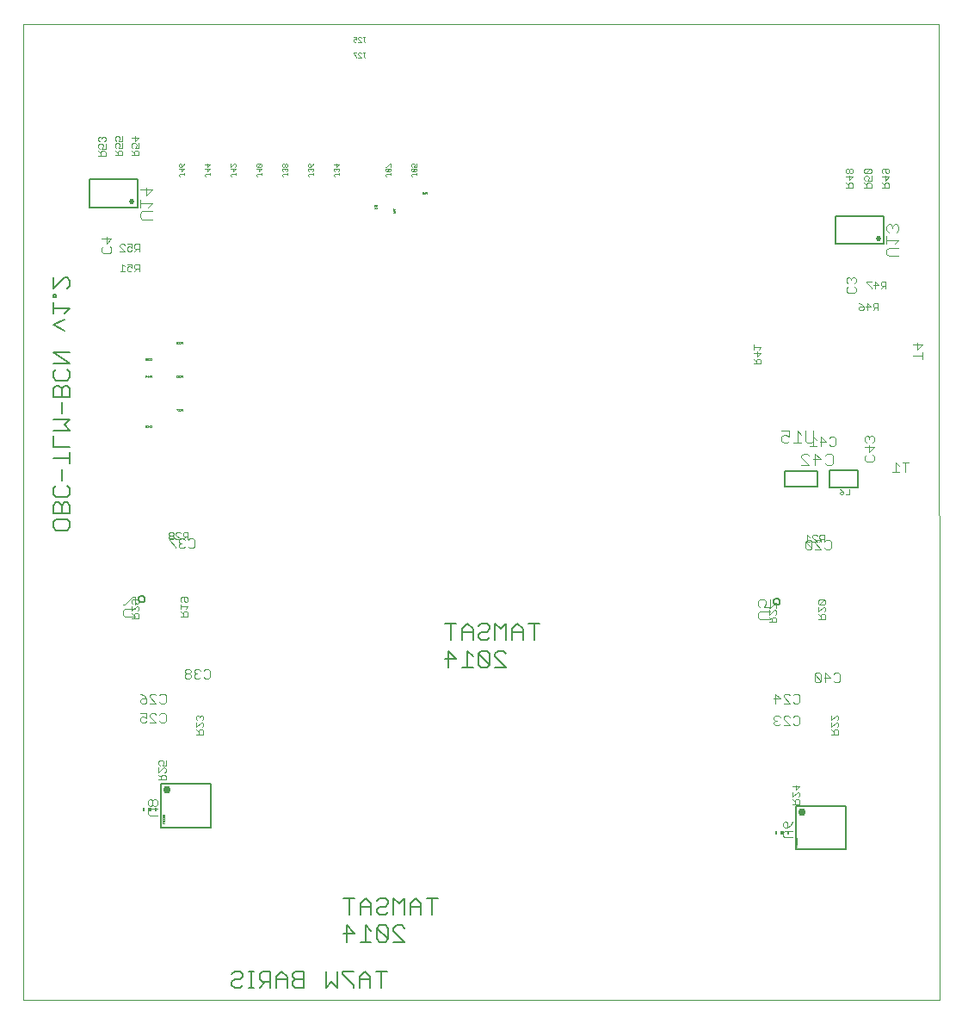
<source format=gbo>
G75*
%MOIN*%
%OFA0B0*%
%FSLAX24Y24*%
%IPPOS*%
%LPD*%
%AMOC8*
5,1,8,0,0,1.08239X$1,22.5*
%
%ADD10C,0.0000*%
%ADD11C,0.0060*%
%ADD12C,0.0030*%
%ADD13C,0.0050*%
%ADD14C,0.0040*%
%ADD15C,0.0020*%
%ADD16R,0.0059X0.0118*%
%ADD17R,0.0118X0.0118*%
%ADD18C,0.0010*%
%ADD19C,0.0295*%
%ADD20C,0.0080*%
%ADD21C,0.0205*%
D10*
X000500Y000494D02*
X000500Y038246D01*
X035988Y038246D01*
X036008Y000494D01*
X000500Y000494D01*
D11*
X008591Y001064D02*
X008697Y000957D01*
X008911Y000957D01*
X009018Y001064D01*
X008911Y001277D02*
X008697Y001277D01*
X008591Y001171D01*
X008591Y001064D01*
X008911Y001277D02*
X009018Y001384D01*
X009018Y001491D01*
X008911Y001598D01*
X008697Y001598D01*
X008591Y001491D01*
X009234Y001598D02*
X009447Y001598D01*
X009341Y001598D02*
X009341Y000957D01*
X009447Y000957D02*
X009234Y000957D01*
X009665Y000957D02*
X009878Y001171D01*
X009772Y001171D02*
X010092Y001171D01*
X010092Y000957D02*
X010092Y001598D01*
X009772Y001598D01*
X009665Y001491D01*
X009665Y001277D01*
X009772Y001171D01*
X010310Y001277D02*
X010737Y001277D01*
X010737Y001384D02*
X010523Y001598D01*
X010310Y001384D01*
X010310Y000957D01*
X010737Y000957D02*
X010737Y001384D01*
X010954Y001384D02*
X011061Y001277D01*
X011381Y001277D01*
X011381Y000957D02*
X011061Y000957D01*
X010954Y001064D01*
X010954Y001171D01*
X011061Y001277D01*
X010954Y001384D02*
X010954Y001491D01*
X011061Y001598D01*
X011381Y001598D01*
X011381Y000957D01*
X012243Y000957D02*
X012243Y001598D01*
X012670Y001598D02*
X012670Y000957D01*
X012457Y001171D01*
X012243Y000957D01*
X012888Y001491D02*
X012888Y001598D01*
X013315Y001598D01*
X013532Y001384D02*
X013532Y000957D01*
X013315Y000957D02*
X013315Y001064D01*
X012888Y001491D01*
X013532Y001384D02*
X013746Y001598D01*
X013959Y001384D01*
X013959Y000957D01*
X013959Y001277D02*
X013532Y001277D01*
X014177Y001598D02*
X014604Y001598D01*
X014390Y001598D02*
X014390Y000957D01*
X014318Y002729D02*
X014532Y002729D01*
X014639Y002836D01*
X014212Y003263D01*
X014212Y002836D01*
X014318Y002729D01*
X013994Y002729D02*
X013567Y002729D01*
X013781Y002729D02*
X013781Y003369D01*
X013994Y003156D01*
X014212Y003263D02*
X014318Y003369D01*
X014532Y003369D01*
X014639Y003263D01*
X014639Y002836D01*
X014856Y002729D02*
X015283Y002729D01*
X014856Y003156D01*
X014856Y003263D01*
X014963Y003369D01*
X015177Y003369D01*
X015283Y003263D01*
X015283Y003779D02*
X015283Y004419D01*
X015070Y004206D01*
X014856Y004419D01*
X014856Y003779D01*
X014639Y003886D02*
X014532Y003779D01*
X014318Y003779D01*
X014212Y003886D01*
X014212Y003992D01*
X014318Y004099D01*
X014532Y004099D01*
X014639Y004206D01*
X014639Y004313D01*
X014532Y004419D01*
X014318Y004419D01*
X014212Y004313D01*
X013994Y004206D02*
X013781Y004419D01*
X013567Y004206D01*
X013567Y003779D01*
X013567Y004099D02*
X013994Y004099D01*
X013994Y004206D02*
X013994Y003779D01*
X013136Y003779D02*
X013136Y004419D01*
X012923Y004419D02*
X013350Y004419D01*
X013029Y003369D02*
X013350Y003049D01*
X012923Y003049D01*
X013029Y002729D02*
X013029Y003369D01*
X015501Y003779D02*
X015501Y004206D01*
X015714Y004419D01*
X015928Y004206D01*
X015928Y003779D01*
X015928Y004099D02*
X015501Y004099D01*
X016145Y004419D02*
X016572Y004419D01*
X016359Y004419D02*
X016359Y003779D01*
X016966Y013359D02*
X016966Y013999D01*
X017287Y013679D01*
X016860Y013679D01*
X017504Y013359D02*
X017931Y013359D01*
X017718Y013359D02*
X017718Y013999D01*
X017931Y013786D01*
X018149Y013893D02*
X018576Y013465D01*
X018469Y013359D01*
X018255Y013359D01*
X018149Y013465D01*
X018149Y013893D01*
X018255Y013999D01*
X018469Y013999D01*
X018576Y013893D01*
X018576Y013465D01*
X018793Y013359D02*
X019220Y013359D01*
X018793Y013786D01*
X018793Y013893D01*
X018900Y013999D01*
X019114Y013999D01*
X019220Y013893D01*
X019220Y014409D02*
X019220Y015049D01*
X019007Y014836D01*
X018793Y015049D01*
X018793Y014409D01*
X018576Y014515D02*
X018469Y014409D01*
X018255Y014409D01*
X018149Y014515D01*
X018149Y014622D01*
X018255Y014729D01*
X018469Y014729D01*
X018576Y014836D01*
X018576Y014943D01*
X018469Y015049D01*
X018255Y015049D01*
X018149Y014943D01*
X017931Y014836D02*
X017931Y014409D01*
X017931Y014729D02*
X017504Y014729D01*
X017504Y014836D02*
X017504Y014409D01*
X017504Y014836D02*
X017718Y015049D01*
X017931Y014836D01*
X017287Y015049D02*
X016860Y015049D01*
X017073Y015049D02*
X017073Y014409D01*
X019438Y014409D02*
X019438Y014836D01*
X019651Y015049D01*
X019865Y014836D01*
X019865Y014409D01*
X019865Y014729D02*
X019438Y014729D01*
X020082Y015049D02*
X020509Y015049D01*
X020296Y015049D02*
X020296Y014409D01*
X002321Y018770D02*
X002214Y018663D01*
X001787Y018663D01*
X001680Y018770D01*
X001680Y018984D01*
X001787Y019091D01*
X002214Y019091D01*
X002321Y018984D01*
X002321Y018770D01*
X002321Y019308D02*
X001680Y019308D01*
X001680Y019628D01*
X001787Y019735D01*
X001894Y019735D01*
X002001Y019628D01*
X002001Y019308D01*
X002321Y019308D02*
X002321Y019628D01*
X002214Y019735D01*
X002107Y019735D01*
X002001Y019628D01*
X002214Y019953D02*
X002321Y020059D01*
X002321Y020273D01*
X002214Y020380D01*
X002001Y020597D02*
X002001Y021024D01*
X002321Y021242D02*
X002321Y021669D01*
X002321Y021455D02*
X001680Y021455D01*
X001680Y021886D02*
X001680Y022313D01*
X001680Y022531D02*
X002321Y022531D01*
X002107Y022744D01*
X002321Y022958D01*
X001680Y022958D01*
X002001Y023175D02*
X002001Y023602D01*
X002001Y023820D02*
X002001Y024140D01*
X001894Y024247D01*
X001787Y024247D01*
X001680Y024140D01*
X001680Y023820D01*
X002321Y023820D01*
X002321Y024140D01*
X002214Y024247D01*
X002107Y024247D01*
X002001Y024140D01*
X002214Y024464D02*
X001787Y024464D01*
X001680Y024571D01*
X001680Y024785D01*
X001787Y024891D01*
X001680Y025109D02*
X002321Y025109D01*
X001680Y025536D01*
X002321Y025536D01*
X002214Y024891D02*
X002321Y024785D01*
X002321Y024571D01*
X002214Y024464D01*
X002107Y026398D02*
X001680Y026612D01*
X002107Y026825D01*
X002107Y027043D02*
X002321Y027256D01*
X001680Y027256D01*
X001680Y027043D02*
X001680Y027470D01*
X001680Y027687D02*
X001680Y027794D01*
X001787Y027794D01*
X001787Y027687D01*
X001680Y027687D01*
X001680Y028009D02*
X002107Y028436D01*
X002214Y028436D01*
X002321Y028330D01*
X002321Y028116D01*
X002214Y028009D01*
X001680Y028009D02*
X001680Y028436D01*
X001680Y021886D02*
X002321Y021886D01*
X001787Y020380D02*
X001680Y020273D01*
X001680Y020059D01*
X001787Y019953D01*
X002214Y019953D01*
D12*
X006163Y018341D02*
X006163Y018279D01*
X006410Y018032D01*
X006410Y017971D01*
X006531Y018032D02*
X006531Y018094D01*
X006593Y018156D01*
X006654Y018156D01*
X006593Y018156D02*
X006531Y018217D01*
X006531Y018279D01*
X006593Y018341D01*
X006716Y018341D01*
X006778Y018279D01*
X006899Y018279D02*
X006961Y018341D01*
X007085Y018341D01*
X007146Y018279D01*
X007146Y018032D01*
X007085Y017971D01*
X006961Y017971D01*
X006899Y018032D01*
X006778Y018032D02*
X006716Y017971D01*
X006593Y017971D01*
X006531Y018032D01*
X006410Y018341D02*
X006163Y018341D01*
X006824Y013291D02*
X006763Y013229D01*
X006763Y013167D01*
X006824Y013106D01*
X006948Y013106D01*
X007010Y013167D01*
X007010Y013229D01*
X006948Y013291D01*
X006824Y013291D01*
X006824Y013106D02*
X006763Y013044D01*
X006763Y012982D01*
X006824Y012921D01*
X006948Y012921D01*
X007010Y012982D01*
X007010Y013044D01*
X006948Y013106D01*
X007131Y013167D02*
X007193Y013106D01*
X007131Y013044D01*
X007131Y012982D01*
X007193Y012921D01*
X007316Y012921D01*
X007378Y012982D01*
X007499Y012982D02*
X007561Y012921D01*
X007685Y012921D01*
X007746Y012982D01*
X007746Y013229D01*
X007685Y013291D01*
X007561Y013291D01*
X007499Y013229D01*
X007378Y013229D02*
X007316Y013291D01*
X007193Y013291D01*
X007131Y013229D01*
X007131Y013167D01*
X007193Y013106D02*
X007254Y013106D01*
X006029Y012268D02*
X006029Y012021D01*
X005967Y011959D01*
X005844Y011959D01*
X005782Y012021D01*
X005660Y011959D02*
X005414Y012206D01*
X005414Y012268D01*
X005475Y012330D01*
X005599Y012330D01*
X005660Y012268D01*
X005782Y012268D02*
X005844Y012330D01*
X005967Y012330D01*
X006029Y012268D01*
X005660Y011959D02*
X005414Y011959D01*
X005292Y012021D02*
X005230Y011959D01*
X005107Y011959D01*
X005045Y012021D01*
X005045Y012083D01*
X005107Y012145D01*
X005292Y012145D01*
X005292Y012021D01*
X005292Y012145D02*
X005169Y012268D01*
X005045Y012330D01*
X005045Y011580D02*
X005292Y011580D01*
X005292Y011395D01*
X005169Y011456D01*
X005107Y011456D01*
X005045Y011395D01*
X005045Y011271D01*
X005107Y011209D01*
X005230Y011209D01*
X005292Y011271D01*
X005414Y011209D02*
X005660Y011209D01*
X005414Y011456D01*
X005414Y011518D01*
X005475Y011580D01*
X005599Y011580D01*
X005660Y011518D01*
X005782Y011518D02*
X005844Y011580D01*
X005967Y011580D01*
X006029Y011518D01*
X006029Y011271D01*
X005967Y011209D01*
X005844Y011209D01*
X005782Y011271D01*
X005650Y008235D02*
X005588Y008235D01*
X005527Y008174D01*
X005527Y008050D01*
X005588Y007989D01*
X005650Y007989D01*
X005712Y008050D01*
X005712Y008174D01*
X005650Y008235D01*
X005527Y008174D02*
X005465Y008235D01*
X005403Y008235D01*
X005341Y008174D01*
X005341Y008050D01*
X005403Y007989D01*
X005465Y007989D01*
X005527Y008050D01*
X005403Y007867D02*
X005712Y007867D01*
X005712Y007620D02*
X005403Y007620D01*
X005341Y007682D01*
X005341Y007805D01*
X005403Y007867D01*
X003865Y029391D02*
X003618Y029391D01*
X003556Y029453D01*
X003556Y029576D01*
X003618Y029638D01*
X003741Y029759D02*
X003741Y030006D01*
X003556Y029944D02*
X003927Y029944D01*
X003741Y029759D01*
X003865Y029638D02*
X003927Y029576D01*
X003927Y029453D01*
X003865Y029391D01*
X029657Y012330D02*
X029657Y011959D01*
X029595Y012145D02*
X029842Y012145D01*
X029657Y012330D01*
X029964Y012268D02*
X030025Y012330D01*
X030149Y012330D01*
X030210Y012268D01*
X030332Y012268D02*
X030394Y012330D01*
X030517Y012330D01*
X030579Y012268D01*
X030579Y012021D01*
X030517Y011959D01*
X030394Y011959D01*
X030332Y012021D01*
X030210Y011959D02*
X029964Y012206D01*
X029964Y012268D01*
X029964Y011959D02*
X030210Y011959D01*
X030149Y011480D02*
X030025Y011480D01*
X029964Y011418D01*
X029964Y011356D01*
X030210Y011109D01*
X029964Y011109D01*
X029842Y011171D02*
X029780Y011109D01*
X029657Y011109D01*
X029595Y011171D01*
X029595Y011233D01*
X029657Y011295D01*
X029719Y011295D01*
X029657Y011295D02*
X029595Y011356D01*
X029595Y011418D01*
X029657Y011480D01*
X029780Y011480D01*
X029842Y011418D01*
X030149Y011480D02*
X030210Y011418D01*
X030332Y011418D02*
X030394Y011480D01*
X030517Y011480D01*
X030579Y011418D01*
X030579Y011171D01*
X030517Y011109D01*
X030394Y011109D01*
X030332Y011171D01*
X031224Y012771D02*
X031348Y012771D01*
X031410Y012832D01*
X031163Y013079D01*
X031163Y012832D01*
X031224Y012771D01*
X031410Y012832D02*
X031410Y013079D01*
X031348Y013141D01*
X031224Y013141D01*
X031163Y013079D01*
X031531Y012956D02*
X031778Y012956D01*
X031593Y013141D01*
X031593Y012771D01*
X031899Y012832D02*
X031961Y012771D01*
X032085Y012771D01*
X032146Y012832D01*
X032146Y013079D01*
X032085Y013141D01*
X031961Y013141D01*
X031899Y013079D01*
X031735Y017921D02*
X031611Y017921D01*
X031549Y017982D01*
X031428Y017921D02*
X031181Y018167D01*
X031181Y018229D01*
X031243Y018291D01*
X031366Y018291D01*
X031428Y018229D01*
X031549Y018229D02*
X031611Y018291D01*
X031735Y018291D01*
X031796Y018229D01*
X031796Y017982D01*
X031735Y017921D01*
X031428Y017921D02*
X031181Y017921D01*
X031060Y017982D02*
X030813Y018229D01*
X030813Y017982D01*
X030874Y017921D01*
X030998Y017921D01*
X031060Y017982D01*
X031060Y018229D01*
X030998Y018291D01*
X030874Y018291D01*
X030813Y018229D01*
X033171Y021321D02*
X033109Y021383D01*
X033109Y021506D01*
X033171Y021568D01*
X033295Y021690D02*
X033295Y021936D01*
X033418Y022058D02*
X033480Y022120D01*
X033480Y022243D01*
X033418Y022305D01*
X033356Y022305D01*
X033295Y022243D01*
X033233Y022305D01*
X033171Y022305D01*
X033109Y022243D01*
X033109Y022120D01*
X033171Y022058D01*
X033295Y022181D02*
X033295Y022243D01*
X033480Y021875D02*
X033295Y021690D01*
X033418Y021568D02*
X033480Y021506D01*
X033480Y021383D01*
X033418Y021321D01*
X033171Y021321D01*
X033109Y021875D02*
X033480Y021875D01*
X034318Y021272D02*
X034318Y020901D01*
X034195Y020901D02*
X034442Y020901D01*
X034687Y020901D02*
X034687Y021272D01*
X034810Y021272D02*
X034563Y021272D01*
X034442Y021148D02*
X034318Y021272D01*
X031979Y021971D02*
X031917Y021909D01*
X031794Y021909D01*
X031732Y021971D01*
X031610Y022095D02*
X031364Y022095D01*
X031242Y022156D02*
X031119Y022280D01*
X031119Y021909D01*
X031242Y021909D02*
X030995Y021909D01*
X031425Y021909D02*
X031425Y022280D01*
X031610Y022095D01*
X031732Y022218D02*
X031794Y022280D01*
X031917Y022280D01*
X031979Y022218D01*
X031979Y021971D01*
X034963Y025414D02*
X035333Y025414D01*
X035333Y025537D02*
X035333Y025290D01*
X035148Y025659D02*
X035148Y025906D01*
X034963Y025844D02*
X035333Y025844D01*
X035148Y025659D01*
X032769Y027905D02*
X032707Y027844D01*
X032461Y027844D01*
X032399Y027905D01*
X032399Y028029D01*
X032461Y028091D01*
X032461Y028212D02*
X032399Y028274D01*
X032399Y028397D01*
X032461Y028459D01*
X032522Y028459D01*
X032584Y028397D01*
X032584Y028335D01*
X032584Y028397D02*
X032646Y028459D01*
X032707Y028459D01*
X032769Y028397D01*
X032769Y028274D01*
X032707Y028212D01*
X032707Y028091D02*
X032769Y028029D01*
X032769Y027905D01*
X030312Y007385D02*
X030250Y007262D01*
X030127Y007139D01*
X030127Y007324D01*
X030065Y007385D01*
X030003Y007385D01*
X029941Y007324D01*
X029941Y007200D01*
X030003Y007139D01*
X030127Y007139D01*
X030003Y007017D02*
X030312Y007017D01*
X030312Y006770D02*
X030003Y006770D01*
X029941Y006832D01*
X029941Y006955D01*
X030003Y007017D01*
D13*
X029575Y015900D02*
X029577Y015922D01*
X029583Y015943D01*
X029592Y015962D01*
X029604Y015980D01*
X029620Y015996D01*
X029637Y016008D01*
X029657Y016017D01*
X029678Y016023D01*
X029700Y016025D01*
X029722Y016023D01*
X029743Y016017D01*
X029762Y016008D01*
X029780Y015996D01*
X029796Y015980D01*
X029808Y015962D01*
X029817Y015943D01*
X029823Y015922D01*
X029825Y015900D01*
X029823Y015878D01*
X029817Y015857D01*
X029808Y015838D01*
X029796Y015820D01*
X029780Y015804D01*
X029763Y015792D01*
X029743Y015783D01*
X029722Y015777D01*
X029700Y015775D01*
X029678Y015777D01*
X029657Y015783D01*
X029637Y015792D01*
X029620Y015804D01*
X029604Y015820D01*
X029592Y015837D01*
X029583Y015857D01*
X029577Y015878D01*
X029575Y015900D01*
X030020Y020335D02*
X031280Y020335D01*
X031280Y020965D01*
X030020Y020965D01*
X030020Y020335D01*
X031749Y020315D02*
X031749Y020985D01*
X032851Y020985D01*
X032851Y020315D01*
X031749Y020315D01*
X004975Y016000D02*
X004977Y016022D01*
X004983Y016043D01*
X004992Y016062D01*
X005004Y016080D01*
X005020Y016096D01*
X005037Y016108D01*
X005057Y016117D01*
X005078Y016123D01*
X005100Y016125D01*
X005122Y016123D01*
X005143Y016117D01*
X005162Y016108D01*
X005180Y016096D01*
X005196Y016080D01*
X005208Y016062D01*
X005217Y016043D01*
X005223Y016022D01*
X005225Y016000D01*
X005223Y015978D01*
X005217Y015957D01*
X005208Y015938D01*
X005196Y015920D01*
X005180Y015904D01*
X005163Y015892D01*
X005143Y015883D01*
X005122Y015877D01*
X005100Y015875D01*
X005078Y015877D01*
X005057Y015883D01*
X005037Y015892D01*
X005020Y015904D01*
X005004Y015920D01*
X004992Y015937D01*
X004983Y015957D01*
X004977Y015978D01*
X004975Y016000D01*
D14*
X004830Y016077D02*
X004754Y016077D01*
X004447Y015770D01*
X004370Y015770D01*
X004447Y015617D02*
X004830Y015617D01*
X004830Y015770D02*
X004830Y016077D01*
X004447Y015617D02*
X004370Y015540D01*
X004370Y015386D01*
X004447Y015310D01*
X004830Y015310D01*
X005128Y030699D02*
X005051Y030776D01*
X005051Y030929D01*
X005128Y031006D01*
X005512Y031006D01*
X005358Y031160D02*
X005512Y031313D01*
X005051Y031313D01*
X005051Y031160D02*
X005051Y031466D01*
X005282Y031620D02*
X005282Y031927D01*
X005512Y031850D02*
X005051Y031850D01*
X005282Y031620D02*
X005512Y031850D01*
X005512Y030699D02*
X005128Y030699D01*
X028970Y015900D02*
X028970Y015747D01*
X029047Y015670D01*
X029200Y015670D02*
X029277Y015823D01*
X029277Y015900D01*
X029200Y015977D01*
X029047Y015977D01*
X028970Y015900D01*
X029200Y015670D02*
X029430Y015670D01*
X029430Y015977D01*
X029430Y015517D02*
X029047Y015517D01*
X028970Y015440D01*
X028970Y015286D01*
X029047Y015210D01*
X029430Y015210D01*
X030652Y021170D02*
X030959Y021170D01*
X030652Y021477D01*
X030652Y021554D01*
X030729Y021630D01*
X030882Y021630D01*
X030959Y021554D01*
X031113Y021400D02*
X031420Y021400D01*
X031189Y021630D01*
X031189Y021170D01*
X031573Y021247D02*
X031650Y021170D01*
X031803Y021170D01*
X031880Y021247D01*
X031880Y021554D01*
X031803Y021630D01*
X031650Y021630D01*
X031573Y021554D01*
X031038Y022043D02*
X030885Y022043D01*
X030808Y022120D01*
X030808Y022503D01*
X030655Y022350D02*
X030501Y022503D01*
X030501Y022043D01*
X030348Y022043D02*
X030655Y022043D01*
X031038Y022043D02*
X031115Y022120D01*
X031115Y022503D01*
X030194Y022503D02*
X030194Y022273D01*
X030041Y022350D01*
X029964Y022350D01*
X029887Y022273D01*
X029887Y022120D01*
X029964Y022043D01*
X030118Y022043D01*
X030194Y022120D01*
X030194Y022503D02*
X029887Y022503D01*
X034034Y029278D02*
X033957Y029355D01*
X033957Y029508D01*
X034034Y029585D01*
X034417Y029585D01*
X034264Y029738D02*
X034417Y029892D01*
X033957Y029892D01*
X033957Y030045D02*
X033957Y029738D01*
X034034Y029278D02*
X034417Y029278D01*
X034341Y030199D02*
X034417Y030275D01*
X034417Y030429D01*
X034341Y030506D01*
X034264Y030506D01*
X034187Y030429D01*
X034110Y030506D01*
X034034Y030506D01*
X033957Y030429D01*
X033957Y030275D01*
X034034Y030199D01*
X034187Y030352D02*
X034187Y030429D01*
D15*
X034056Y031920D02*
X033776Y031920D01*
X033870Y031920D02*
X033870Y032060D01*
X033916Y032107D01*
X034010Y032107D01*
X034056Y032060D01*
X034056Y031920D01*
X033870Y032014D02*
X033776Y032107D01*
X033916Y032196D02*
X033916Y032383D01*
X033963Y032473D02*
X033916Y032519D01*
X033916Y032660D01*
X033823Y032660D02*
X034010Y032660D01*
X034056Y032613D01*
X034056Y032519D01*
X034010Y032473D01*
X033963Y032473D01*
X033823Y032473D02*
X033776Y032519D01*
X033776Y032613D01*
X033823Y032660D01*
X033776Y032337D02*
X034056Y032337D01*
X033916Y032196D01*
X033367Y032193D02*
X033367Y032379D01*
X033321Y032469D02*
X033367Y032515D01*
X033367Y032609D01*
X033321Y032656D01*
X033134Y032469D01*
X033087Y032515D01*
X033087Y032609D01*
X033134Y032656D01*
X033321Y032656D01*
X033321Y032469D02*
X033134Y032469D01*
X033134Y032379D02*
X033087Y032333D01*
X033087Y032239D01*
X033134Y032193D01*
X033227Y032193D02*
X033274Y032286D01*
X033274Y032333D01*
X033227Y032379D01*
X033134Y032379D01*
X033227Y032193D02*
X033367Y032193D01*
X033321Y032103D02*
X033227Y032103D01*
X033181Y032056D01*
X033181Y031916D01*
X033181Y032010D02*
X033087Y032103D01*
X033087Y031916D02*
X033367Y031916D01*
X033367Y032056D01*
X033321Y032103D01*
X032651Y032064D02*
X032604Y032111D01*
X032511Y032111D01*
X032464Y032064D01*
X032464Y031924D01*
X032371Y031924D02*
X032651Y031924D01*
X032651Y032064D01*
X032464Y032018D02*
X032371Y032111D01*
X032511Y032200D02*
X032511Y032387D01*
X032557Y032477D02*
X032604Y032477D01*
X032651Y032523D01*
X032651Y032617D01*
X032604Y032663D01*
X032557Y032663D01*
X032511Y032617D01*
X032511Y032523D01*
X032557Y032477D01*
X032511Y032523D02*
X032464Y032477D01*
X032417Y032477D01*
X032371Y032523D01*
X032371Y032617D01*
X032417Y032663D01*
X032464Y032663D01*
X032511Y032617D01*
X032371Y032341D02*
X032651Y032341D01*
X032511Y032200D01*
X033185Y028293D02*
X033185Y028246D01*
X033371Y028059D01*
X033371Y028013D01*
X033507Y028013D02*
X033507Y028293D01*
X033648Y028153D01*
X033461Y028153D01*
X033371Y028293D02*
X033185Y028293D01*
X033737Y028246D02*
X033737Y028153D01*
X033784Y028106D01*
X033924Y028106D01*
X033924Y028013D02*
X033924Y028293D01*
X033784Y028293D01*
X033737Y028246D01*
X033830Y028106D02*
X033737Y028013D01*
X033617Y027458D02*
X033477Y027458D01*
X033430Y027412D01*
X033430Y027318D01*
X033477Y027272D01*
X033617Y027272D01*
X033523Y027272D02*
X033430Y027178D01*
X033341Y027318D02*
X033154Y027318D01*
X033064Y027318D02*
X032924Y027318D01*
X032877Y027272D01*
X032877Y027225D01*
X032924Y027178D01*
X033018Y027178D01*
X033064Y027225D01*
X033064Y027318D01*
X032971Y027412D01*
X032877Y027458D01*
X033200Y027458D02*
X033200Y027178D01*
X033341Y027318D02*
X033200Y027458D01*
X033617Y027458D02*
X033617Y027178D01*
X029090Y025752D02*
X028997Y025658D01*
X028950Y025569D02*
X028950Y025382D01*
X029090Y025522D01*
X028810Y025522D01*
X028810Y025658D02*
X028810Y025845D01*
X028810Y025752D02*
X029090Y025752D01*
X029044Y025293D02*
X028950Y025293D01*
X028903Y025246D01*
X028903Y025106D01*
X028810Y025106D02*
X029090Y025106D01*
X029090Y025246D01*
X029044Y025293D01*
X028903Y025199D02*
X028810Y025293D01*
X032137Y020265D02*
X032213Y020227D01*
X032290Y020150D01*
X032175Y020150D01*
X032137Y020112D01*
X032137Y020073D01*
X032175Y020035D01*
X032252Y020035D01*
X032290Y020073D01*
X032290Y020150D01*
X032367Y020035D02*
X032520Y020035D01*
X032520Y020265D01*
X031540Y018490D02*
X031400Y018490D01*
X031353Y018444D01*
X031353Y018350D01*
X031400Y018303D01*
X031540Y018303D01*
X031540Y018210D02*
X031540Y018490D01*
X031447Y018303D02*
X031353Y018210D01*
X031264Y018210D02*
X031077Y018397D01*
X031077Y018444D01*
X031124Y018490D01*
X031217Y018490D01*
X031264Y018444D01*
X031264Y018210D02*
X031077Y018210D01*
X030988Y018210D02*
X030801Y018210D01*
X030894Y018210D02*
X030894Y018490D01*
X030988Y018397D01*
X031357Y015971D02*
X031310Y015924D01*
X031310Y015830D01*
X031357Y015784D01*
X031544Y015971D01*
X031357Y015971D01*
X031544Y015971D02*
X031590Y015924D01*
X031590Y015830D01*
X031544Y015784D01*
X031357Y015784D01*
X031310Y015694D02*
X031310Y015508D01*
X031497Y015694D01*
X031544Y015694D01*
X031590Y015648D01*
X031590Y015554D01*
X031544Y015508D01*
X031544Y015418D02*
X031450Y015418D01*
X031403Y015371D01*
X031403Y015231D01*
X031310Y015231D02*
X031590Y015231D01*
X031590Y015371D01*
X031544Y015418D01*
X031403Y015325D02*
X031310Y015418D01*
X029690Y015433D02*
X029644Y015386D01*
X029690Y015433D02*
X029690Y015526D01*
X029644Y015573D01*
X029597Y015573D01*
X029410Y015386D01*
X029410Y015573D01*
X029410Y015662D02*
X029457Y015662D01*
X029644Y015849D01*
X029690Y015849D01*
X029690Y015662D01*
X029644Y015297D02*
X029550Y015297D01*
X029503Y015250D01*
X029503Y015110D01*
X029410Y015110D02*
X029690Y015110D01*
X029690Y015250D01*
X029644Y015297D01*
X029503Y015203D02*
X029410Y015297D01*
X031810Y011499D02*
X031810Y011312D01*
X031997Y011499D01*
X032044Y011499D01*
X032090Y011453D01*
X032090Y011359D01*
X032044Y011312D01*
X032044Y011223D02*
X032090Y011176D01*
X032090Y011083D01*
X032044Y011036D01*
X032044Y010947D02*
X031950Y010947D01*
X031903Y010900D01*
X031903Y010760D01*
X031810Y010760D02*
X032090Y010760D01*
X032090Y010900D01*
X032044Y010947D01*
X031903Y010853D02*
X031810Y010947D01*
X031810Y011036D02*
X031997Y011223D01*
X032044Y011223D01*
X031810Y011223D02*
X031810Y011036D01*
X030590Y008753D02*
X030310Y008753D01*
X030450Y008799D02*
X030450Y008612D01*
X030590Y008753D01*
X030544Y008523D02*
X030590Y008476D01*
X030590Y008383D01*
X030544Y008336D01*
X030544Y008247D02*
X030450Y008247D01*
X030403Y008200D01*
X030403Y008060D01*
X030310Y008060D02*
X030590Y008060D01*
X030590Y008200D01*
X030544Y008247D01*
X030403Y008153D02*
X030310Y008247D01*
X030310Y008336D02*
X030497Y008523D01*
X030544Y008523D01*
X030310Y008523D02*
X030310Y008336D01*
X007490Y010760D02*
X007490Y010900D01*
X007444Y010947D01*
X007350Y010947D01*
X007303Y010900D01*
X007303Y010760D01*
X007210Y010760D02*
X007490Y010760D01*
X007303Y010853D02*
X007210Y010947D01*
X007210Y011036D02*
X007397Y011223D01*
X007444Y011223D01*
X007490Y011176D01*
X007490Y011083D01*
X007444Y011036D01*
X007210Y011036D02*
X007210Y011223D01*
X007257Y011312D02*
X007210Y011359D01*
X007210Y011453D01*
X007257Y011499D01*
X007303Y011499D01*
X007350Y011453D01*
X007350Y011406D01*
X007350Y011453D02*
X007397Y011499D01*
X007444Y011499D01*
X007490Y011453D01*
X007490Y011359D01*
X007444Y011312D01*
X006040Y009749D02*
X006040Y009562D01*
X005900Y009562D01*
X005947Y009656D01*
X005947Y009703D01*
X005900Y009749D01*
X005807Y009749D01*
X005760Y009703D01*
X005760Y009609D01*
X005807Y009562D01*
X005760Y009473D02*
X005760Y009286D01*
X005947Y009473D01*
X005994Y009473D01*
X006040Y009426D01*
X006040Y009333D01*
X005994Y009286D01*
X005994Y009197D02*
X005900Y009197D01*
X005853Y009150D01*
X005853Y009010D01*
X005760Y009010D02*
X006040Y009010D01*
X006040Y009150D01*
X005994Y009197D01*
X005853Y009103D02*
X005760Y009197D01*
X004990Y015260D02*
X004990Y015400D01*
X004944Y015447D01*
X004850Y015447D01*
X004803Y015400D01*
X004803Y015260D01*
X004710Y015260D02*
X004990Y015260D01*
X004803Y015353D02*
X004710Y015447D01*
X004710Y015536D02*
X004897Y015723D01*
X004944Y015723D01*
X004990Y015676D01*
X004990Y015583D01*
X004944Y015536D01*
X004710Y015536D02*
X004710Y015723D01*
X004757Y015812D02*
X004710Y015859D01*
X004710Y015953D01*
X004757Y015999D01*
X004944Y015999D01*
X004990Y015953D01*
X004990Y015859D01*
X004944Y015812D01*
X004897Y015812D01*
X004850Y015859D01*
X004850Y015999D01*
X006610Y016024D02*
X006657Y016071D01*
X006844Y016071D01*
X006890Y016024D01*
X006890Y015930D01*
X006844Y015884D01*
X006797Y015884D01*
X006750Y015930D01*
X006750Y016071D01*
X006610Y016024D02*
X006610Y015930D01*
X006657Y015884D01*
X006610Y015794D02*
X006610Y015608D01*
X006610Y015518D02*
X006703Y015425D01*
X006703Y015471D02*
X006703Y015331D01*
X006610Y015331D02*
X006890Y015331D01*
X006890Y015471D01*
X006844Y015518D01*
X006750Y015518D01*
X006703Y015471D01*
X006797Y015608D02*
X006890Y015701D01*
X006610Y015701D01*
X006614Y018310D02*
X006427Y018310D01*
X006338Y018357D02*
X006338Y018403D01*
X006291Y018450D01*
X006197Y018450D01*
X006151Y018403D01*
X006151Y018357D01*
X006197Y018310D01*
X006291Y018310D01*
X006338Y018357D01*
X006291Y018450D02*
X006338Y018497D01*
X006338Y018544D01*
X006291Y018590D01*
X006197Y018590D01*
X006151Y018544D01*
X006151Y018497D01*
X006197Y018450D01*
X006427Y018497D02*
X006427Y018544D01*
X006474Y018590D01*
X006567Y018590D01*
X006614Y018544D01*
X006703Y018544D02*
X006703Y018450D01*
X006750Y018403D01*
X006890Y018403D01*
X006890Y018310D02*
X006890Y018590D01*
X006750Y018590D01*
X006703Y018544D01*
X006797Y018403D02*
X006703Y018310D01*
X006614Y018310D02*
X006427Y018497D01*
X005003Y028686D02*
X005003Y028966D01*
X004862Y028966D01*
X004816Y028920D01*
X004816Y028826D01*
X004862Y028779D01*
X005003Y028779D01*
X004909Y028779D02*
X004816Y028686D01*
X004726Y028733D02*
X004680Y028686D01*
X004586Y028686D01*
X004540Y028733D01*
X004540Y028826D01*
X004586Y028873D01*
X004633Y028873D01*
X004726Y028826D01*
X004726Y028966D01*
X004540Y028966D01*
X004450Y028873D02*
X004357Y028966D01*
X004357Y028686D01*
X004450Y028686D02*
X004263Y028686D01*
X004259Y029458D02*
X004446Y029458D01*
X004259Y029644D01*
X004259Y029691D01*
X004306Y029738D01*
X004399Y029738D01*
X004446Y029691D01*
X004536Y029738D02*
X004722Y029738D01*
X004722Y029598D01*
X004629Y029644D01*
X004582Y029644D01*
X004536Y029598D01*
X004536Y029504D01*
X004582Y029458D01*
X004676Y029458D01*
X004722Y029504D01*
X004812Y029458D02*
X004905Y029551D01*
X004859Y029551D02*
X004999Y029551D01*
X004999Y029458D02*
X004999Y029738D01*
X004859Y029738D01*
X004812Y029691D01*
X004812Y029598D01*
X004859Y029551D01*
X006590Y032360D02*
X006560Y032390D01*
X006560Y032420D01*
X006590Y032450D01*
X006740Y032450D01*
X006740Y032420D02*
X006740Y032480D01*
X006650Y032544D02*
X006650Y032664D01*
X006650Y032728D02*
X006650Y032818D01*
X006620Y032848D01*
X006590Y032848D01*
X006560Y032818D01*
X006560Y032758D01*
X006590Y032728D01*
X006650Y032728D01*
X006710Y032788D01*
X006740Y032848D01*
X006740Y032634D02*
X006650Y032544D01*
X006560Y032634D02*
X006740Y032634D01*
X007560Y032634D02*
X007740Y032634D01*
X007650Y032544D01*
X007650Y032664D01*
X007650Y032728D02*
X007650Y032848D01*
X007560Y032818D02*
X007740Y032818D01*
X007650Y032728D01*
X007740Y032480D02*
X007740Y032420D01*
X007740Y032450D02*
X007590Y032450D01*
X007560Y032420D01*
X007560Y032390D01*
X007590Y032360D01*
X008560Y032390D02*
X008560Y032420D01*
X008590Y032450D01*
X008740Y032450D01*
X008740Y032420D02*
X008740Y032480D01*
X008650Y032544D02*
X008740Y032634D01*
X008560Y032634D01*
X008560Y032728D02*
X008680Y032848D01*
X008710Y032848D01*
X008740Y032818D01*
X008740Y032758D01*
X008710Y032728D01*
X008650Y032664D02*
X008650Y032544D01*
X008560Y032390D02*
X008590Y032360D01*
X008560Y032728D02*
X008560Y032848D01*
X009560Y032818D02*
X009560Y032758D01*
X009590Y032728D01*
X009710Y032848D01*
X009590Y032848D01*
X009560Y032818D01*
X009590Y032728D02*
X009710Y032728D01*
X009740Y032758D01*
X009740Y032818D01*
X009710Y032848D01*
X009650Y032664D02*
X009650Y032544D01*
X009740Y032634D01*
X009560Y032634D01*
X009590Y032450D02*
X009740Y032450D01*
X009740Y032420D02*
X009740Y032480D01*
X009590Y032450D02*
X009560Y032420D01*
X009560Y032390D01*
X009590Y032360D01*
X010560Y032390D02*
X010560Y032420D01*
X010590Y032450D01*
X010740Y032450D01*
X010740Y032420D02*
X010740Y032480D01*
X010710Y032544D02*
X010740Y032574D01*
X010740Y032634D01*
X010710Y032664D01*
X010680Y032664D01*
X010650Y032634D01*
X010620Y032664D01*
X010590Y032664D01*
X010560Y032634D01*
X010560Y032574D01*
X010590Y032544D01*
X010650Y032604D02*
X010650Y032634D01*
X010620Y032728D02*
X010650Y032758D01*
X010650Y032818D01*
X010620Y032848D01*
X010590Y032848D01*
X010560Y032818D01*
X010560Y032758D01*
X010590Y032728D01*
X010620Y032728D01*
X010650Y032758D02*
X010680Y032728D01*
X010710Y032728D01*
X010740Y032758D01*
X010740Y032818D01*
X010710Y032848D01*
X010680Y032848D01*
X010650Y032818D01*
X010560Y032390D02*
X010590Y032360D01*
X011560Y032390D02*
X011560Y032420D01*
X011590Y032450D01*
X011740Y032450D01*
X011740Y032420D02*
X011740Y032480D01*
X011710Y032544D02*
X011740Y032574D01*
X011740Y032634D01*
X011710Y032664D01*
X011680Y032664D01*
X011650Y032634D01*
X011620Y032664D01*
X011590Y032664D01*
X011560Y032634D01*
X011560Y032574D01*
X011590Y032544D01*
X011650Y032604D02*
X011650Y032634D01*
X011650Y032728D02*
X011650Y032818D01*
X011620Y032848D01*
X011590Y032848D01*
X011560Y032818D01*
X011560Y032758D01*
X011590Y032728D01*
X011650Y032728D01*
X011710Y032788D01*
X011740Y032848D01*
X011560Y032390D02*
X011590Y032360D01*
X012560Y032390D02*
X012560Y032420D01*
X012590Y032450D01*
X012740Y032450D01*
X012740Y032420D02*
X012740Y032480D01*
X012710Y032544D02*
X012740Y032574D01*
X012740Y032634D01*
X012710Y032664D01*
X012680Y032664D01*
X012650Y032634D01*
X012620Y032664D01*
X012590Y032664D01*
X012560Y032634D01*
X012560Y032574D01*
X012590Y032544D01*
X012650Y032604D02*
X012650Y032634D01*
X012650Y032728D02*
X012650Y032848D01*
X012560Y032818D02*
X012740Y032818D01*
X012650Y032728D01*
X012560Y032390D02*
X012590Y032360D01*
X014560Y032390D02*
X014560Y032420D01*
X014590Y032450D01*
X014740Y032450D01*
X014740Y032420D02*
X014740Y032480D01*
X014710Y032544D02*
X014740Y032574D01*
X014740Y032634D01*
X014710Y032664D01*
X014590Y032544D01*
X014560Y032574D01*
X014560Y032634D01*
X014590Y032664D01*
X014710Y032664D01*
X014740Y032728D02*
X014740Y032848D01*
X014710Y032848D01*
X014590Y032728D01*
X014560Y032728D01*
X014590Y032544D02*
X014710Y032544D01*
X014560Y032390D02*
X014590Y032360D01*
X015560Y032390D02*
X015560Y032420D01*
X015590Y032450D01*
X015740Y032450D01*
X015740Y032420D02*
X015740Y032480D01*
X015710Y032544D02*
X015740Y032574D01*
X015740Y032634D01*
X015710Y032664D01*
X015590Y032544D01*
X015560Y032574D01*
X015560Y032634D01*
X015590Y032664D01*
X015710Y032664D01*
X015740Y032728D02*
X015650Y032728D01*
X015680Y032788D01*
X015680Y032818D01*
X015650Y032848D01*
X015590Y032848D01*
X015560Y032818D01*
X015560Y032758D01*
X015590Y032728D01*
X015740Y032728D02*
X015740Y032848D01*
X015710Y032544D02*
X015590Y032544D01*
X015560Y032390D02*
X015590Y032360D01*
X013762Y036960D02*
X013732Y036960D01*
X013702Y036990D01*
X013702Y037140D01*
X013732Y037140D02*
X013672Y037140D01*
X013608Y037110D02*
X013578Y037140D01*
X013518Y037140D01*
X013488Y037110D01*
X013488Y037080D01*
X013608Y036960D01*
X013488Y036960D01*
X013424Y036960D02*
X013424Y036990D01*
X013304Y037110D01*
X013304Y037140D01*
X013424Y037140D01*
X013762Y036960D02*
X013792Y036990D01*
X013762Y037560D02*
X013732Y037560D01*
X013702Y037590D01*
X013702Y037740D01*
X013732Y037740D02*
X013672Y037740D01*
X013608Y037710D02*
X013578Y037740D01*
X013518Y037740D01*
X013488Y037710D01*
X013488Y037680D01*
X013608Y037560D01*
X013488Y037560D01*
X013424Y037590D02*
X013394Y037560D01*
X013334Y037560D01*
X013304Y037590D01*
X013304Y037650D01*
X013334Y037680D01*
X013364Y037680D01*
X013424Y037650D01*
X013424Y037740D01*
X013304Y037740D01*
X013762Y037560D02*
X013792Y037590D01*
X004993Y033865D02*
X004853Y033725D01*
X004853Y033912D01*
X004713Y033865D02*
X004993Y033865D01*
X004993Y033635D02*
X004993Y033448D01*
X004853Y033448D01*
X004900Y033542D01*
X004900Y033589D01*
X004853Y033635D01*
X004760Y033635D01*
X004713Y033589D01*
X004713Y033495D01*
X004760Y033448D01*
X004713Y033359D02*
X004807Y033266D01*
X004807Y033312D02*
X004807Y033172D01*
X004713Y033172D02*
X004993Y033172D01*
X004993Y033312D01*
X004947Y033359D01*
X004853Y033359D01*
X004807Y033312D01*
X004356Y033312D02*
X004309Y033359D01*
X004215Y033359D01*
X004169Y033312D01*
X004169Y033172D01*
X004169Y033266D02*
X004075Y033359D01*
X004122Y033448D02*
X004075Y033495D01*
X004075Y033589D01*
X004122Y033635D01*
X004215Y033635D01*
X004262Y033589D01*
X004262Y033542D01*
X004215Y033448D01*
X004356Y033448D01*
X004356Y033635D01*
X004356Y033725D02*
X004215Y033725D01*
X004262Y033818D01*
X004262Y033865D01*
X004215Y033912D01*
X004122Y033912D01*
X004075Y033865D01*
X004075Y033771D01*
X004122Y033725D01*
X004356Y033725D02*
X004356Y033912D01*
X004356Y033312D02*
X004356Y033172D01*
X004075Y033172D01*
X003698Y033156D02*
X003698Y033297D01*
X003651Y033343D01*
X003558Y033343D01*
X003511Y033297D01*
X003511Y033156D01*
X003418Y033156D02*
X003698Y033156D01*
X003511Y033250D02*
X003418Y033343D01*
X003465Y033433D02*
X003418Y033479D01*
X003418Y033573D01*
X003465Y033620D01*
X003558Y033620D01*
X003605Y033573D01*
X003605Y033526D01*
X003558Y033433D01*
X003698Y033433D01*
X003698Y033620D01*
X003651Y033709D02*
X003698Y033756D01*
X003698Y033849D01*
X003651Y033896D01*
X003605Y033896D01*
X003558Y033849D01*
X003511Y033896D01*
X003465Y033896D01*
X003418Y033849D01*
X003418Y033756D01*
X003465Y033709D01*
X003558Y033802D02*
X003558Y033849D01*
D16*
X005164Y007859D03*
X005636Y007859D03*
X029664Y006959D03*
X030136Y006959D03*
D17*
X029900Y006959D03*
X005400Y007859D03*
D18*
X005905Y007626D02*
X005905Y007596D01*
X005920Y007581D01*
X005935Y007581D01*
X005950Y007596D01*
X005950Y007626D01*
X005935Y007641D01*
X005920Y007641D01*
X005905Y007626D01*
X005950Y007626D02*
X005965Y007641D01*
X005980Y007641D01*
X005995Y007626D01*
X005995Y007596D01*
X005980Y007581D01*
X005965Y007581D01*
X005950Y007596D01*
X005920Y007549D02*
X005980Y007549D01*
X005995Y007534D01*
X005995Y007489D01*
X005905Y007489D01*
X005905Y007534D01*
X005920Y007549D01*
X005905Y007457D02*
X005905Y007397D01*
X005995Y007397D01*
X005995Y007457D01*
X005950Y007427D02*
X005950Y007397D01*
X005905Y007365D02*
X005905Y007305D01*
X005995Y007305D01*
X005483Y022635D02*
X005483Y022725D01*
X005438Y022725D01*
X005423Y022710D01*
X005423Y022680D01*
X005438Y022665D01*
X005483Y022665D01*
X005453Y022665D02*
X005423Y022635D01*
X005391Y022680D02*
X005331Y022680D01*
X005299Y022650D02*
X005284Y022635D01*
X005254Y022635D01*
X005239Y022650D01*
X005239Y022665D01*
X005254Y022680D01*
X005269Y022680D01*
X005254Y022680D02*
X005239Y022695D01*
X005239Y022710D01*
X005254Y022725D01*
X005284Y022725D01*
X005299Y022710D01*
X005346Y022725D02*
X005391Y022680D01*
X005346Y022635D02*
X005346Y022725D01*
X006439Y023350D02*
X006499Y023290D01*
X006499Y023275D01*
X006531Y023290D02*
X006546Y023275D01*
X006576Y023275D01*
X006591Y023290D01*
X006623Y023275D02*
X006653Y023305D01*
X006638Y023305D02*
X006683Y023305D01*
X006683Y023275D02*
X006683Y023365D01*
X006638Y023365D01*
X006623Y023350D01*
X006623Y023320D01*
X006638Y023305D01*
X006591Y023350D02*
X006576Y023365D01*
X006546Y023365D01*
X006531Y023350D01*
X006531Y023335D01*
X006546Y023320D01*
X006531Y023305D01*
X006531Y023290D01*
X006546Y023320D02*
X006561Y023320D01*
X006499Y023365D02*
X006439Y023365D01*
X006439Y023350D01*
X006454Y024575D02*
X006484Y024575D01*
X006499Y024590D01*
X006499Y024620D02*
X006469Y024635D01*
X006454Y024635D01*
X006439Y024620D01*
X006439Y024590D01*
X006454Y024575D01*
X006499Y024620D02*
X006499Y024665D01*
X006439Y024665D01*
X006531Y024650D02*
X006531Y024635D01*
X006546Y024620D01*
X006531Y024605D01*
X006531Y024590D01*
X006546Y024575D01*
X006576Y024575D01*
X006591Y024590D01*
X006623Y024575D02*
X006653Y024605D01*
X006638Y024605D02*
X006683Y024605D01*
X006683Y024575D02*
X006683Y024665D01*
X006638Y024665D01*
X006623Y024650D01*
X006623Y024620D01*
X006638Y024605D01*
X006591Y024650D02*
X006576Y024665D01*
X006546Y024665D01*
X006531Y024650D01*
X006546Y024620D02*
X006561Y024620D01*
X005483Y024605D02*
X005438Y024605D01*
X005423Y024620D01*
X005423Y024650D01*
X005438Y024665D01*
X005483Y024665D01*
X005483Y024575D01*
X005453Y024605D02*
X005423Y024575D01*
X005391Y024620D02*
X005331Y024620D01*
X005299Y024620D02*
X005239Y024620D01*
X005254Y024575D02*
X005254Y024665D01*
X005299Y024620D01*
X005346Y024575D02*
X005346Y024665D01*
X005391Y024620D01*
X005376Y025235D02*
X005391Y025250D01*
X005376Y025235D02*
X005346Y025235D01*
X005331Y025250D01*
X005331Y025265D01*
X005346Y025280D01*
X005361Y025280D01*
X005346Y025280D02*
X005331Y025295D01*
X005331Y025310D01*
X005346Y025325D01*
X005376Y025325D01*
X005391Y025310D01*
X005423Y025310D02*
X005423Y025280D01*
X005438Y025265D01*
X005483Y025265D01*
X005453Y025265D02*
X005423Y025235D01*
X005483Y025235D02*
X005483Y025325D01*
X005438Y025325D01*
X005423Y025310D01*
X005299Y025310D02*
X005299Y025295D01*
X005284Y025280D01*
X005239Y025280D01*
X005239Y025250D02*
X005239Y025310D01*
X005254Y025325D01*
X005284Y025325D01*
X005299Y025310D01*
X005299Y025250D02*
X005284Y025235D01*
X005254Y025235D01*
X005239Y025250D01*
X006439Y025890D02*
X006454Y025875D01*
X006484Y025875D01*
X006499Y025890D01*
X006531Y025890D02*
X006546Y025875D01*
X006576Y025875D01*
X006591Y025890D01*
X006623Y025875D02*
X006653Y025905D01*
X006638Y025905D02*
X006683Y025905D01*
X006683Y025875D02*
X006683Y025965D01*
X006638Y025965D01*
X006623Y025950D01*
X006623Y025920D01*
X006638Y025905D01*
X006591Y025950D02*
X006576Y025965D01*
X006546Y025965D01*
X006531Y025950D01*
X006531Y025935D01*
X006546Y025920D01*
X006531Y025905D01*
X006531Y025890D01*
X006546Y025920D02*
X006561Y025920D01*
X006499Y025950D02*
X006484Y025965D01*
X006454Y025965D01*
X006439Y025950D01*
X006439Y025935D01*
X006454Y025920D01*
X006439Y025905D01*
X006439Y025890D01*
X006454Y025920D02*
X006469Y025920D01*
X014120Y031113D02*
X014210Y031113D01*
X014210Y031158D01*
X014195Y031173D01*
X014165Y031173D01*
X014150Y031158D01*
X014150Y031113D01*
X014150Y031143D02*
X014120Y031173D01*
X014135Y031205D02*
X014120Y031220D01*
X014120Y031250D01*
X014135Y031265D01*
X014165Y031265D01*
X014180Y031250D01*
X014180Y031235D01*
X014165Y031205D01*
X014210Y031205D01*
X014210Y031265D01*
X014835Y031115D02*
X014835Y031055D01*
X014835Y031085D02*
X014925Y031085D01*
X014895Y031055D01*
X014880Y031023D02*
X014865Y031008D01*
X014865Y030963D01*
X014865Y030993D02*
X014835Y031023D01*
X014880Y031023D02*
X014910Y031023D01*
X014925Y031008D01*
X014925Y030963D01*
X014835Y030963D01*
X015985Y031690D02*
X015985Y031705D01*
X016000Y031720D01*
X016045Y031720D01*
X016045Y031690D01*
X016030Y031675D01*
X016000Y031675D01*
X015985Y031690D01*
X016015Y031750D02*
X016045Y031720D01*
X016077Y031720D02*
X016092Y031705D01*
X016137Y031705D01*
X016107Y031705D02*
X016077Y031675D01*
X016077Y031720D02*
X016077Y031750D01*
X016092Y031765D01*
X016137Y031765D01*
X016137Y031675D01*
X016015Y031750D02*
X015985Y031765D01*
X030480Y006741D02*
X030420Y006681D01*
X030405Y006681D01*
X030420Y006649D02*
X030405Y006634D01*
X030405Y006589D01*
X030495Y006589D01*
X030495Y006634D01*
X030480Y006649D01*
X030420Y006649D01*
X030495Y006681D02*
X030495Y006741D01*
X030480Y006741D01*
X030495Y006557D02*
X030495Y006497D01*
X030405Y006497D01*
X030405Y006557D01*
X030450Y006527D02*
X030450Y006497D01*
X030405Y006465D02*
X030405Y006405D01*
X030495Y006405D01*
D19*
X030681Y007750D03*
X006081Y008600D03*
D20*
X005833Y008846D02*
X005833Y007154D01*
X007767Y007154D01*
X007767Y008846D01*
X005833Y008846D01*
X004953Y031161D02*
X003063Y031161D01*
X003063Y032244D01*
X003063Y032254D02*
X004953Y032254D01*
X004953Y031161D01*
X030433Y007996D02*
X030433Y006304D01*
X032367Y006304D01*
X032367Y007996D01*
X030433Y007996D01*
X031969Y029740D02*
X033858Y029740D01*
X033858Y030833D01*
X031969Y030833D01*
X031969Y030823D02*
X031969Y029740D01*
D21*
X033630Y029949D03*
X004724Y031370D03*
M02*

</source>
